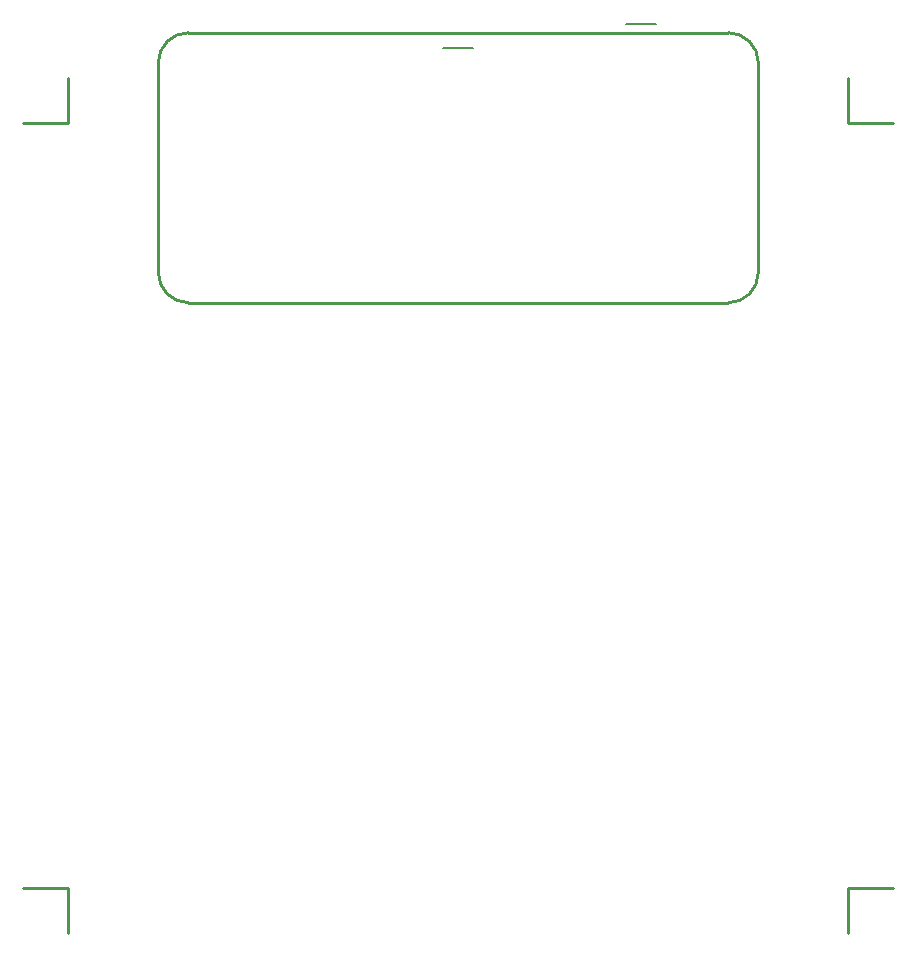
<source format=gm1>
G04*
G04 #@! TF.GenerationSoftware,Altium Limited,Altium Designer,24.2.2 (26)*
G04*
G04 Layer_Color=16711935*
%FSLAX44Y44*%
%MOMM*%
G71*
G04*
G04 #@! TF.SameCoordinates,F7EBB540-B4CE-4F1F-BB4A-EDFB59B12267*
G04*
G04*
G04 #@! TF.FilePolarity,Positive*
G04*
G01*
G75*
%ADD12C,0.1524*%
%ADD13C,0.2540*%
D12*
X317500Y711200D02*
X342900Y711200D01*
X472440Y731520D02*
X497840D01*
D13*
X558800Y495300D02*
G03*
X584200Y520700I0J25400D01*
G01*
X101600Y723900D02*
G03*
X76200Y698500I0J-25400D01*
G01*
X584200D02*
G03*
X558800Y723900I-25400J0D01*
G01*
X76200Y520700D02*
G03*
X101600Y495300I25400J0D01*
G01*
Y495300D02*
X558800D01*
X584200Y546100D02*
X584200Y673100D01*
X584200Y520700D02*
Y546100D01*
X76200Y520700D02*
Y698500D01*
X584200Y673100D02*
Y698500D01*
X101600Y723900D02*
X558800D01*
X-38100Y0D02*
X0D01*
Y-38100D02*
Y0D01*
X660400Y-38100D02*
Y0D01*
X698500D01*
X-38100Y647700D02*
X0D01*
Y685800D01*
X660400Y647700D02*
Y685800D01*
Y647700D02*
X698500D01*
M02*

</source>
